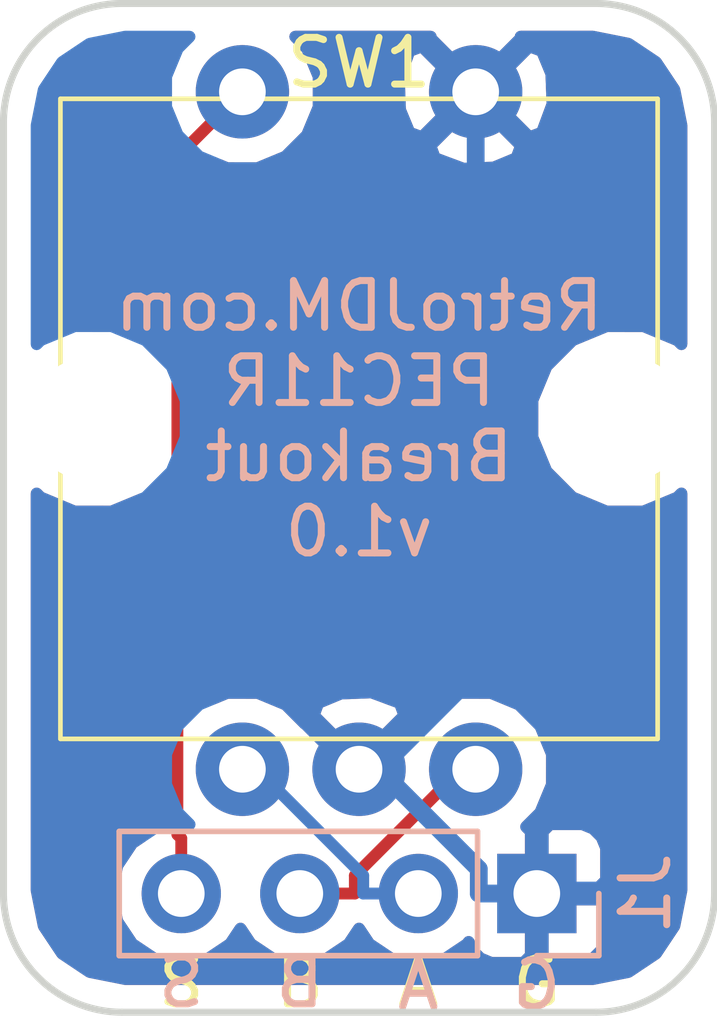
<source format=kicad_pcb>
(kicad_pcb (version 4) (host pcbnew 4.0.6)

  (general
    (links 5)
    (no_connects 0)
    (area -7.695001 -8.965001 7.695001 12.775001)
    (thickness 1.6)
    (drawings 17)
    (tracks 18)
    (zones 0)
    (modules 2)
    (nets 5)
  )

  (page A4)
  (layers
    (0 F.Cu signal hide)
    (31 B.Cu signal hide)
    (32 B.Adhes user)
    (33 F.Adhes user)
    (34 B.Paste user)
    (35 F.Paste user)
    (36 B.SilkS user)
    (37 F.SilkS user)
    (38 B.Mask user)
    (39 F.Mask user)
    (40 Dwgs.User user)
    (41 Cmts.User user)
    (42 Eco1.User user)
    (43 Eco2.User user)
    (44 Edge.Cuts user)
    (45 Margin user)
    (46 B.CrtYd user)
    (47 F.CrtYd user)
    (48 B.Fab user)
    (49 F.Fab user)
  )

  (setup
    (last_trace_width 0.254)
    (trace_clearance 0.2032)
    (zone_clearance 0.508)
    (zone_45_only no)
    (trace_min 0.2)
    (segment_width 0.2)
    (edge_width 0.15)
    (via_size 0.6858)
    (via_drill 0.3302)
    (via_min_size 0.4)
    (via_min_drill 0.3)
    (uvia_size 0.762)
    (uvia_drill 0.508)
    (uvias_allowed no)
    (uvia_min_size 0.2)
    (uvia_min_drill 0.1)
    (pcb_text_width 0.3)
    (pcb_text_size 1.5 1.5)
    (mod_edge_width 0.15)
    (mod_text_size 1 1)
    (mod_text_width 0.15)
    (pad_size 1.524 1.524)
    (pad_drill 0.762)
    (pad_to_mask_clearance 0.2)
    (aux_axis_origin 0 0)
    (visible_elements 7FFFFF7F)
    (pcbplotparams
      (layerselection 0x010f0_80000001)
      (usegerberextensions false)
      (excludeedgelayer true)
      (linewidth 0.100000)
      (plotframeref false)
      (viasonmask false)
      (mode 1)
      (useauxorigin false)
      (hpglpennumber 1)
      (hpglpenspeed 20)
      (hpglpendiameter 15)
      (hpglpenoverlay 2)
      (psnegative false)
      (psa4output false)
      (plotreference true)
      (plotvalue true)
      (plotinvisibletext false)
      (padsonsilk false)
      (subtractmaskfromsilk true)
      (outputformat 1)
      (mirror false)
      (drillshape 0)
      (scaleselection 1)
      (outputdirectory ./gerber))
  )

  (net 0 "")
  (net 1 GND)
  (net 2 "Net-(J1-Pad2)")
  (net 3 "Net-(J1-Pad3)")
  (net 4 "Net-(J1-Pad4)")

  (net_class Default "This is the default net class."
    (clearance 0.2032)
    (trace_width 0.254)
    (via_dia 0.6858)
    (via_drill 0.3302)
    (uvia_dia 0.762)
    (uvia_drill 0.508)
    (add_net "Net-(J1-Pad2)")
    (add_net "Net-(J1-Pad3)")
    (add_net "Net-(J1-Pad4)")
  )

  (net_class Edge ""
    (clearance 0.6858)
    (trace_width 0.254)
    (via_dia 0.6858)
    (via_drill 0.3302)
    (uvia_dia 0.762)
    (uvia_drill 0.508)
  )

  (net_class Power ""
    (clearance 0.2032)
    (trace_width 0.381)
    (via_dia 0.6858)
    (via_drill 0.3302)
    (uvia_dia 0.762)
    (uvia_drill 0.508)
    (add_net GND)
  )

  (module Pin_Headers:Pin_Header_Straight_1x04_Pitch2.54mm (layer B.Cu) (tedit 59F10479) (tstamp 59EE69C6)
    (at 3.81 10.16 90)
    (descr "Through hole straight pin header, 1x04, 2.54mm pitch, single row")
    (tags "Through hole pin header THT 1x04 2.54mm single row")
    (path /59EE5D61)
    (fp_text reference J1 (at 0 2.33 90) (layer B.SilkS)
      (effects (font (size 1 1) (thickness 0.15)) (justify mirror))
    )
    (fp_text value CONN_01X04 (at -2.54 -3.81 360) (layer B.Fab) hide
      (effects (font (size 1 1) (thickness 0.15)) (justify mirror))
    )
    (fp_line (start -0.635 1.27) (end 1.27 1.27) (layer B.Fab) (width 0.1))
    (fp_line (start 1.27 1.27) (end 1.27 -8.89) (layer B.Fab) (width 0.1))
    (fp_line (start 1.27 -8.89) (end -1.27 -8.89) (layer B.Fab) (width 0.1))
    (fp_line (start -1.27 -8.89) (end -1.27 0.635) (layer B.Fab) (width 0.1))
    (fp_line (start -1.27 0.635) (end -0.635 1.27) (layer B.Fab) (width 0.1))
    (fp_line (start -1.33 -8.95) (end 1.33 -8.95) (layer B.SilkS) (width 0.12))
    (fp_line (start -1.33 -1.27) (end -1.33 -8.95) (layer B.SilkS) (width 0.12))
    (fp_line (start 1.33 -1.27) (end 1.33 -8.95) (layer B.SilkS) (width 0.12))
    (fp_line (start -1.33 -1.27) (end 1.33 -1.27) (layer B.SilkS) (width 0.12))
    (fp_line (start -1.33 0) (end -1.33 1.33) (layer B.SilkS) (width 0.12))
    (fp_line (start -1.33 1.33) (end 0 1.33) (layer B.SilkS) (width 0.12))
    (fp_line (start -1.8 1.8) (end -1.8 -9.4) (layer B.CrtYd) (width 0.05))
    (fp_line (start -1.8 -9.4) (end 1.8 -9.4) (layer B.CrtYd) (width 0.05))
    (fp_line (start 1.8 -9.4) (end 1.8 1.8) (layer B.CrtYd) (width 0.05))
    (fp_line (start 1.8 1.8) (end -1.8 1.8) (layer B.CrtYd) (width 0.05))
    (fp_text user %R (at 0 -3.81 360) (layer B.Fab) hide
      (effects (font (size 1 1) (thickness 0.15)) (justify mirror))
    )
    (pad 1 thru_hole rect (at 0 0 90) (size 1.7 1.7) (drill 1) (layers *.Cu *.Mask)
      (net 1 GND))
    (pad 2 thru_hole oval (at 0 -2.54 90) (size 1.7 1.7) (drill 1) (layers *.Cu *.Mask)
      (net 2 "Net-(J1-Pad2)"))
    (pad 3 thru_hole oval (at 0 -5.08 90) (size 1.7 1.7) (drill 1) (layers *.Cu *.Mask)
      (net 3 "Net-(J1-Pad3)"))
    (pad 4 thru_hole oval (at 0 -7.62 90) (size 1.7 1.7) (drill 1) (layers *.Cu *.Mask)
      (net 4 "Net-(J1-Pad4)"))
    (model ${KISYS3DMOD}/Pin_Headers.3dshapes/Pin_Header_Straight_1x04_Pitch2.54mm.wrl
      (at (xyz 0 0 0))
      (scale (xyz 1 1 1))
      (rotate (xyz 0 0 0))
    )
  )

  (module RetroJDM_Pots_Encoders:PEC11R (layer F.Cu) (tedit 59F10473) (tstamp 59EE69E0)
    (at 0 0)
    (path /59EE5CB5)
    (fp_text reference SW1 (at 0 -7.62) (layer F.SilkS)
      (effects (font (size 1 1) (thickness 0.15)))
    )
    (fp_text value Rotary_Encoder_Switch (at 0 10.16) (layer F.Fab) hide
      (effects (font (size 1 1) (thickness 0.15)))
    )
    (fp_line (start -1.95 2.25) (end 1.95 2.25) (layer F.Fab) (width 0.12))
    (fp_circle (center 0 0) (end 0 3.5) (layer F.Fab) (width 0.12))
    (fp_line (start -6.25 -6.7) (end 6.25 -6.7) (layer F.Fab) (width 0.12))
    (fp_line (start -6.25 6.7) (end 6.25 6.7) (layer F.Fab) (width 0.12))
    (fp_line (start -6.25 -6.7) (end -6.25 6.7) (layer F.Fab) (width 0.12))
    (fp_line (start 6.25 -6.7) (end 6.25 6.7) (layer F.Fab) (width 0.12))
    (fp_circle (center 0 0) (end 0 3) (layer F.Fab) (width 0.12))
    (fp_line (start -6.4 -6.85) (end 6.4 -6.85) (layer F.SilkS) (width 0.1))
    (fp_line (start -6.4 6.85) (end 6.4 6.85) (layer F.SilkS) (width 0.1))
    (fp_line (start -6.4 -6.85) (end -6.4 6.85) (layer F.SilkS) (width 0.1))
    (fp_line (start 6.4 -6.85) (end 6.4 6.85) (layer F.SilkS) (width 0.1))
    (fp_line (start -6.65 -7.1) (end 6.65 -7.1) (layer F.CrtYd) (width 0.05))
    (fp_line (start -6.65 7.1) (end 6.65 7.1) (layer F.CrtYd) (width 0.05))
    (fp_line (start -6.65 7.1) (end -6.65 -7.1) (layer F.CrtYd) (width 0.05))
    (fp_line (start 6.65 7.1) (end 6.65 -7.1) (layer F.CrtYd) (width 0.05))
    (pad 3 thru_hole circle (at 2.5 7.5) (size 2 2) (drill 1) (layers *.Cu *.Mask)
      (net 3 "Net-(J1-Pad3)"))
    (pad 2 thru_hole circle (at 0 7.5) (size 2 2) (drill 1) (layers *.Cu *.Mask)
      (net 1 GND))
    (pad 1 thru_hole circle (at -2.5 7.5) (size 2 2) (drill 1) (layers *.Cu *.Mask)
      (net 2 "Net-(J1-Pad2)"))
    (pad 4 thru_hole circle (at -2.5 -7) (size 2 2) (drill 1) (layers *.Cu *.Mask)
      (net 4 "Net-(J1-Pad4)"))
    (pad 5 thru_hole circle (at 2.5 -7) (size 2 2) (drill 1) (layers *.Cu *.Mask)
      (net 1 GND))
    (pad "" np_thru_hole circle (at -5.7 0) (size 2.7 2.7) (drill 2.7) (layers *.Cu *.Mask))
    (pad "" np_thru_hole circle (at 5.7 0) (size 2.7 2.7) (drill 2.7) (layers *.Cu *.Mask))
  )

  (gr_text "RetroJDM.com\nPEC11R\nBreakout\nv1.0" (at 0 0) (layer B.SilkS) (tstamp 59F25511)
    (effects (font (size 1 1) (thickness 0.15)) (justify mirror))
  )
  (gr_text G (at 3.81 12.065) (layer F.SilkS) (tstamp 59F10647)
    (effects (font (size 1 1) (thickness 0.15)))
  )
  (gr_text A (at 1.27 12.065) (layer F.SilkS) (tstamp 59F10646)
    (effects (font (size 1 1) (thickness 0.15)))
  )
  (gr_text B (at -1.27 12.065) (layer F.SilkS) (tstamp 59F10645)
    (effects (font (size 1 1) (thickness 0.15)))
  )
  (gr_text S (at -3.81 12.065) (layer F.SilkS) (tstamp 59F10644)
    (effects (font (size 1 1) (thickness 0.15)))
  )
  (gr_text S (at -3.81 12.065) (layer B.SilkS) (tstamp 59F104D0)
    (effects (font (size 1 1) (thickness 0.15)) (justify mirror))
  )
  (gr_text B (at -1.27 12.065) (layer B.SilkS) (tstamp 59F104CE)
    (effects (font (size 1 1) (thickness 0.15)) (justify mirror))
  )
  (gr_text A (at 1.27 12.125) (layer B.SilkS) (tstamp 59F104CC)
    (effects (font (size 1 1) (thickness 0.15)) (justify mirror))
  )
  (gr_text G (at 3.81 12.125) (layer B.SilkS) (tstamp 59F104C9)
    (effects (font (size 1 1) (thickness 0.15)) (justify mirror))
  )
  (gr_arc (start 5.08 10.16) (end 7.62 10.16) (angle 90) (layer Edge.Cuts) (width 0.15) (tstamp 59F103AC))
  (gr_arc (start -5.08 10.16) (end -5.08 12.7) (angle 90) (layer Edge.Cuts) (width 0.15) (tstamp 59F103A8))
  (gr_arc (start -5.08 -6.35) (end -7.62 -6.35) (angle 90) (layer Edge.Cuts) (width 0.15) (tstamp 59F103A3))
  (gr_line (start -7.62 10.16) (end -7.62 -6.35) (layer Edge.Cuts) (width 0.15) (tstamp 59F1039D))
  (gr_line (start 5.08 12.7) (end -5.08 12.7) (layer Edge.Cuts) (width 0.15) (tstamp 59F10366))
  (gr_arc (start 5.08 -6.35) (end 5.08 -8.89) (angle 90) (layer Edge.Cuts) (width 0.15))
  (gr_line (start 5.08 -8.89) (end -5.08 -8.89) (layer Edge.Cuts) (width 0.15))
  (gr_line (start 7.62 10.16) (end 7.62 -6.35) (layer Edge.Cuts) (width 0.15))

  (segment (start 3.81 10.16) (end 2.566 10.16) (width 0.381) (layer B.Cu) (net 1))
  (segment (start 2.5 5.4313) (end 0.4313 7.5) (width 0.381) (layer B.Cu) (net 1))
  (segment (start 2.5 -7) (end 2.5 5.4313) (width 0.381) (layer B.Cu) (net 1))
  (segment (start 0 7.5) (end 0.4313 7.5) (width 0.381) (layer B.Cu) (net 1))
  (segment (start 2.566 9.6347) (end 2.566 10.16) (width 0.381) (layer B.Cu) (net 1))
  (segment (start 0.4313 7.5) (end 2.566 9.6347) (width 0.381) (layer B.Cu) (net 1))
  (segment (start 0.0895 9.7755) (end 0.0895 10.16) (width 0.254) (layer B.Cu) (net 2))
  (segment (start -2.186 7.5) (end 0.0895 9.7755) (width 0.254) (layer B.Cu) (net 2))
  (segment (start -2.5 7.5) (end -2.186 7.5) (width 0.254) (layer B.Cu) (net 2))
  (segment (start 1.27 10.16) (end 0.0895 10.16) (width 0.254) (layer B.Cu) (net 2))
  (segment (start -0.0895 9.7755) (end -0.0895 10.16) (width 0.254) (layer F.Cu) (net 3))
  (segment (start 2.186 7.5) (end -0.0895 9.7755) (width 0.254) (layer F.Cu) (net 3))
  (segment (start 2.5 7.5) (end 2.186 7.5) (width 0.254) (layer F.Cu) (net 3))
  (segment (start -1.27 10.16) (end -0.0895 10.16) (width 0.254) (layer F.Cu) (net 3))
  (segment (start -3.8931 8.8964) (end -3.81 8.9795) (width 0.254) (layer F.Cu) (net 4))
  (segment (start -3.8931 -5.6069) (end -3.8931 8.8964) (width 0.254) (layer F.Cu) (net 4))
  (segment (start -2.5 -7) (end -3.8931 -5.6069) (width 0.254) (layer F.Cu) (net 4))
  (segment (start -3.81 10.16) (end -3.81 8.9795) (width 0.254) (layer F.Cu) (net 4))

  (zone (net 1) (net_name GND) (layer F.Cu) (tstamp 0) (hatch edge 0.508)
    (connect_pads (clearance 0.508))
    (min_thickness 0.254)
    (fill yes (arc_segments 16) (thermal_gap 0.508) (thermal_bridge_width 0.508))
    (polygon
      (pts
        (xy -7.62 -8.89) (xy 7.62 -8.89) (xy 7.62 12.7) (xy -7.62 12.7)
      )
    )
    (filled_polygon
      (pts
        (xy 1.527073 -8.152532) (xy 2.5 -7.179605) (xy 3.472927 -8.152532) (xy 3.462771 -8.18) (xy 5.010069 -8.18)
        (xy 5.774989 -8.027848) (xy 6.36417 -7.63417) (xy 6.757848 -7.044989) (xy 6.91 -6.280069) (xy 6.91 -1.597552)
        (xy 6.82588 -1.681819) (xy 6.096573 -1.984654) (xy 5.306891 -1.985343) (xy 4.577057 -1.683782) (xy 4.018181 -1.12588)
        (xy 3.715346 -0.396573) (xy 3.714657 0.393109) (xy 4.016218 1.122943) (xy 4.57412 1.681819) (xy 5.303427 1.984654)
        (xy 6.093109 1.985343) (xy 6.822943 1.683782) (xy 6.91 1.596877) (xy 6.91 10.090069) (xy 6.757848 10.854989)
        (xy 6.36417 11.44417) (xy 5.774989 11.837848) (xy 5.010069 11.99) (xy -5.010069 11.99) (xy -5.774989 11.837848)
        (xy -6.36417 11.44417) (xy -6.757848 10.854989) (xy -6.91 10.090069) (xy -6.91 1.597552) (xy -6.82588 1.681819)
        (xy -6.096573 1.984654) (xy -5.306891 1.985343) (xy -4.6551 1.716029) (xy -4.6551 8.8964) (xy -4.646759 8.938334)
        (xy -4.860054 9.080853) (xy -5.181961 9.562622) (xy -5.295 10.130907) (xy -5.295 10.189093) (xy -5.181961 10.757378)
        (xy -4.860054 11.239147) (xy -4.378285 11.561054) (xy -3.81 11.674093) (xy -3.241715 11.561054) (xy -2.759946 11.239147)
        (xy -2.54 10.909974) (xy -2.320054 11.239147) (xy -1.838285 11.561054) (xy -1.27 11.674093) (xy -0.701715 11.561054)
        (xy -0.219946 11.239147) (xy 0 10.909974) (xy 0.219946 11.239147) (xy 0.701715 11.561054) (xy 1.27 11.674093)
        (xy 1.838285 11.561054) (xy 2.320054 11.239147) (xy 2.349403 11.195223) (xy 2.421673 11.369698) (xy 2.600301 11.548327)
        (xy 2.83369 11.645) (xy 3.52425 11.645) (xy 3.683 11.48625) (xy 3.683 10.287) (xy 3.937 10.287)
        (xy 3.937 11.48625) (xy 4.09575 11.645) (xy 4.78631 11.645) (xy 5.019699 11.548327) (xy 5.198327 11.369698)
        (xy 5.295 11.136309) (xy 5.295 10.44575) (xy 5.13625 10.287) (xy 3.937 10.287) (xy 3.683 10.287)
        (xy 3.663 10.287) (xy 3.663 10.033) (xy 3.683 10.033) (xy 3.683 8.83375) (xy 3.937 8.83375)
        (xy 3.937 10.033) (xy 5.13625 10.033) (xy 5.295 9.87425) (xy 5.295 9.183691) (xy 5.198327 8.950302)
        (xy 5.019699 8.771673) (xy 4.78631 8.675) (xy 4.09575 8.675) (xy 3.937 8.83375) (xy 3.683 8.83375)
        (xy 3.58068 8.73143) (xy 3.885278 8.427363) (xy 4.134716 7.826648) (xy 4.135284 7.176205) (xy 3.886894 6.575057)
        (xy 3.427363 6.114722) (xy 2.826648 5.865284) (xy 2.176205 5.864716) (xy 1.575057 6.113106) (xy 1.158248 6.529187)
        (xy 1.152532 6.527073) (xy 0.179605 7.5) (xy 0.193748 7.514143) (xy 0.014143 7.693748) (xy 0 7.679605)
        (xy -0.014143 7.693748) (xy -0.193748 7.514143) (xy -0.179605 7.5) (xy -1.152532 6.527073) (xy -1.158722 6.529361)
        (xy -1.340297 6.347468) (xy -0.972927 6.347468) (xy 0 7.320395) (xy 0.972927 6.347468) (xy 0.874264 6.080613)
        (xy 0.264539 5.854092) (xy -0.38546 5.878144) (xy -0.874264 6.080613) (xy -0.972927 6.347468) (xy -1.340297 6.347468)
        (xy -1.572637 6.114722) (xy -2.173352 5.865284) (xy -2.823795 5.864716) (xy -3.1311 5.991692) (xy -3.1311 -5.29127)
        (xy -2.989475 -5.432895) (xy -2.826648 -5.365284) (xy -2.176205 -5.364716) (xy -1.575057 -5.613106) (xy -1.340285 -5.847468)
        (xy 1.527073 -5.847468) (xy 1.625736 -5.580613) (xy 2.235461 -5.354092) (xy 2.88546 -5.378144) (xy 3.374264 -5.580613)
        (xy 3.472927 -5.847468) (xy 2.5 -6.820395) (xy 1.527073 -5.847468) (xy -1.340285 -5.847468) (xy -1.114722 -6.072637)
        (xy -0.865284 -6.673352) (xy -0.864768 -7.264539) (xy 0.854092 -7.264539) (xy 0.878144 -6.61454) (xy 1.080613 -6.125736)
        (xy 1.347468 -6.027073) (xy 2.320395 -7) (xy 2.679605 -7) (xy 3.652532 -6.027073) (xy 3.919387 -6.125736)
        (xy 4.145908 -6.735461) (xy 4.121856 -7.38546) (xy 3.919387 -7.874264) (xy 3.652532 -7.972927) (xy 2.679605 -7)
        (xy 2.320395 -7) (xy 1.347468 -7.972927) (xy 1.080613 -7.874264) (xy 0.854092 -7.264539) (xy -0.864768 -7.264539)
        (xy -0.864716 -7.323795) (xy -1.113106 -7.924943) (xy -1.367718 -8.18) (xy 1.537229 -8.18)
      )
    )
  )
  (zone (net 1) (net_name GND) (layer B.Cu) (tstamp 0) (hatch edge 0.508)
    (connect_pads (clearance 0.508))
    (min_thickness 0.254)
    (fill yes (arc_segments 16) (thermal_gap 0.508) (thermal_bridge_width 0.508))
    (polygon
      (pts
        (xy -7.62 -8.89) (xy 7.62 -8.89) (xy 7.62 12.7) (xy -7.62 12.7)
      )
    )
    (filled_polygon
      (pts
        (xy -3.885278 -7.927363) (xy -4.134716 -7.326648) (xy -4.135284 -6.676205) (xy -3.886894 -6.075057) (xy -3.427363 -5.614722)
        (xy -2.826648 -5.365284) (xy -2.176205 -5.364716) (xy -1.575057 -5.613106) (xy -1.340285 -5.847468) (xy 1.527073 -5.847468)
        (xy 1.625736 -5.580613) (xy 2.235461 -5.354092) (xy 2.88546 -5.378144) (xy 3.374264 -5.580613) (xy 3.472927 -5.847468)
        (xy 2.5 -6.820395) (xy 1.527073 -5.847468) (xy -1.340285 -5.847468) (xy -1.114722 -6.072637) (xy -0.865284 -6.673352)
        (xy -0.864768 -7.264539) (xy 0.854092 -7.264539) (xy 0.878144 -6.61454) (xy 1.080613 -6.125736) (xy 1.347468 -6.027073)
        (xy 2.320395 -7) (xy 2.679605 -7) (xy 3.652532 -6.027073) (xy 3.919387 -6.125736) (xy 4.145908 -6.735461)
        (xy 4.121856 -7.38546) (xy 3.919387 -7.874264) (xy 3.652532 -7.972927) (xy 2.679605 -7) (xy 2.320395 -7)
        (xy 1.347468 -7.972927) (xy 1.080613 -7.874264) (xy 0.854092 -7.264539) (xy -0.864768 -7.264539) (xy -0.864716 -7.323795)
        (xy -1.113106 -7.924943) (xy -1.367718 -8.18) (xy 1.537229 -8.18) (xy 1.527073 -8.152532) (xy 2.5 -7.179605)
        (xy 3.472927 -8.152532) (xy 3.462771 -8.18) (xy 5.010069 -8.18) (xy 5.774989 -8.027848) (xy 6.36417 -7.63417)
        (xy 6.757848 -7.044989) (xy 6.91 -6.280069) (xy 6.91 -1.597552) (xy 6.82588 -1.681819) (xy 6.096573 -1.984654)
        (xy 5.306891 -1.985343) (xy 4.577057 -1.683782) (xy 4.018181 -1.12588) (xy 3.715346 -0.396573) (xy 3.714657 0.393109)
        (xy 4.016218 1.122943) (xy 4.57412 1.681819) (xy 5.303427 1.984654) (xy 6.093109 1.985343) (xy 6.822943 1.683782)
        (xy 6.91 1.596877) (xy 6.91 10.090069) (xy 6.757848 10.854989) (xy 6.36417 11.44417) (xy 5.774989 11.837848)
        (xy 5.010069 11.99) (xy -5.010069 11.99) (xy -5.774989 11.837848) (xy -6.36417 11.44417) (xy -6.757848 10.854989)
        (xy -6.901876 10.130907) (xy -5.295 10.130907) (xy -5.295 10.189093) (xy -5.181961 10.757378) (xy -4.860054 11.239147)
        (xy -4.378285 11.561054) (xy -3.81 11.674093) (xy -3.241715 11.561054) (xy -2.759946 11.239147) (xy -2.54 10.909974)
        (xy -2.320054 11.239147) (xy -1.838285 11.561054) (xy -1.27 11.674093) (xy -0.701715 11.561054) (xy -0.219946 11.239147)
        (xy 0 10.909974) (xy 0.219946 11.239147) (xy 0.701715 11.561054) (xy 1.27 11.674093) (xy 1.838285 11.561054)
        (xy 2.320054 11.239147) (xy 2.349403 11.195223) (xy 2.421673 11.369698) (xy 2.600301 11.548327) (xy 2.83369 11.645)
        (xy 3.52425 11.645) (xy 3.683 11.48625) (xy 3.683 10.287) (xy 3.937 10.287) (xy 3.937 11.48625)
        (xy 4.09575 11.645) (xy 4.78631 11.645) (xy 5.019699 11.548327) (xy 5.198327 11.369698) (xy 5.295 11.136309)
        (xy 5.295 10.44575) (xy 5.13625 10.287) (xy 3.937 10.287) (xy 3.683 10.287) (xy 3.663 10.287)
        (xy 3.663 10.033) (xy 3.683 10.033) (xy 3.683 8.83375) (xy 3.937 8.83375) (xy 3.937 10.033)
        (xy 5.13625 10.033) (xy 5.295 9.87425) (xy 5.295 9.183691) (xy 5.198327 8.950302) (xy 5.019699 8.771673)
        (xy 4.78631 8.675) (xy 4.09575 8.675) (xy 3.937 8.83375) (xy 3.683 8.83375) (xy 3.58068 8.73143)
        (xy 3.885278 8.427363) (xy 4.134716 7.826648) (xy 4.135284 7.176205) (xy 3.886894 6.575057) (xy 3.427363 6.114722)
        (xy 2.826648 5.865284) (xy 2.176205 5.864716) (xy 1.575057 6.113106) (xy 1.158248 6.529187) (xy 1.152532 6.527073)
        (xy 0.179605 7.5) (xy 0.193748 7.514143) (xy 0.014143 7.693748) (xy 0 7.679605) (xy -0.014143 7.693748)
        (xy -0.193748 7.514143) (xy -0.179605 7.5) (xy -1.152532 6.527073) (xy -1.158722 6.529361) (xy -1.340297 6.347468)
        (xy -0.972927 6.347468) (xy 0 7.320395) (xy 0.972927 6.347468) (xy 0.874264 6.080613) (xy 0.264539 5.854092)
        (xy -0.38546 5.878144) (xy -0.874264 6.080613) (xy -0.972927 6.347468) (xy -1.340297 6.347468) (xy -1.572637 6.114722)
        (xy -2.173352 5.865284) (xy -2.823795 5.864716) (xy -3.424943 6.113106) (xy -3.885278 6.572637) (xy -4.134716 7.173352)
        (xy -4.135284 7.823795) (xy -3.886894 8.424943) (xy -3.630716 8.681569) (xy -3.81 8.645907) (xy -4.378285 8.758946)
        (xy -4.860054 9.080853) (xy -5.181961 9.562622) (xy -5.295 10.130907) (xy -6.901876 10.130907) (xy -6.91 10.090069)
        (xy -6.91 1.597552) (xy -6.82588 1.681819) (xy -6.096573 1.984654) (xy -5.306891 1.985343) (xy -4.577057 1.683782)
        (xy -4.018181 1.12588) (xy -3.715346 0.396573) (xy -3.714657 -0.393109) (xy -4.016218 -1.122943) (xy -4.57412 -1.681819)
        (xy -5.303427 -1.984654) (xy -6.093109 -1.985343) (xy -6.822943 -1.683782) (xy -6.91 -1.596877) (xy -6.91 -6.280069)
        (xy -6.757848 -7.044989) (xy -6.36417 -7.63417) (xy -5.774989 -8.027848) (xy -5.010069 -8.18) (xy -3.632199 -8.18)
      )
    )
  )
)

</source>
